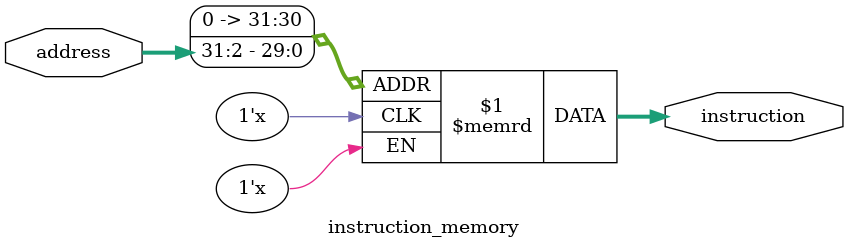
<source format=v>
module instruction_memory #(
    parameter MEM_DEPTH = 256 // Do sau bo nho (so luong lenh 32-bit)
) (
    input  wire [31:0] address, // Dia chi tu PC (byte address)
    output wire [31:0] instruction // Lenh doc duoc
);
    // Bo nho thuc te (mang cac thanh ghi)
    reg [31:0] mem [0:MEM_DEPTH-1];

    // Khoi tao bo nho tu file hex (se lam trong testbench)
    // initial begin
    //     $readmemh("program.hex", mem);
    // end

    // Doc bo nho lenh (khong dong bo)
    // Chia dia chi cho 4 vi dia chi la byte address, con lenh la word (32-bit)
    assign instruction = mem[address >> 2];

endmodule
</source>
